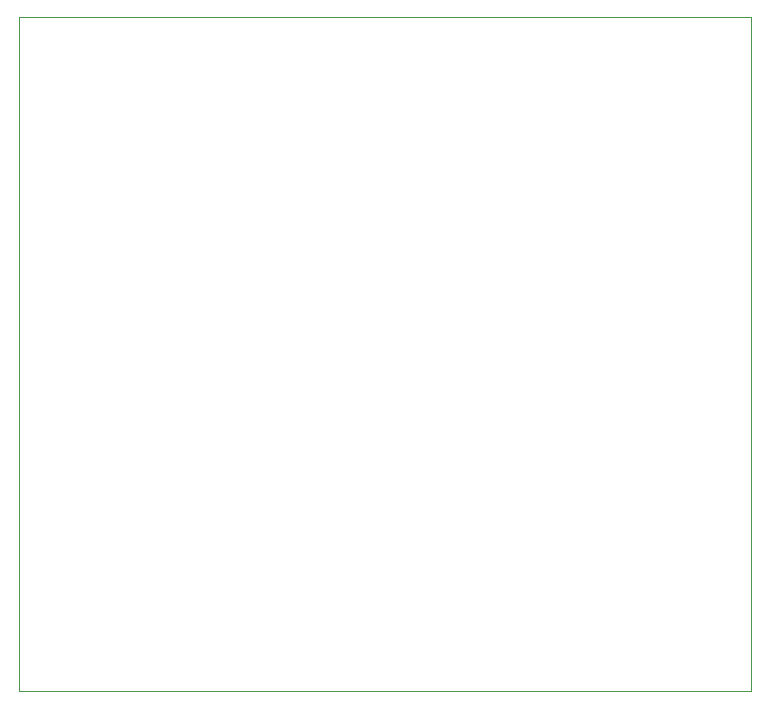
<source format=gm1>
%TF.GenerationSoftware,KiCad,Pcbnew,7.0.7*%
%TF.CreationDate,2023-11-28T10:24:49+01:00*%
%TF.ProjectId,wireless_Slave,77697265-6c65-4737-935f-536c6176652e,rev?*%
%TF.SameCoordinates,PXc751640PY92dda80*%
%TF.FileFunction,Profile,NP*%
%FSLAX46Y46*%
G04 Gerber Fmt 4.6, Leading zero omitted, Abs format (unit mm)*
G04 Created by KiCad (PCBNEW 7.0.7) date 2023-11-28 10:24:49*
%MOMM*%
%LPD*%
G01*
G04 APERTURE LIST*
%TA.AperFunction,Profile*%
%ADD10C,0.100000*%
%TD*%
G04 APERTURE END LIST*
D10*
X0Y57000000D02*
X62000000Y57000000D01*
X62000000Y0D01*
X0Y0D01*
X0Y57000000D01*
M02*

</source>
